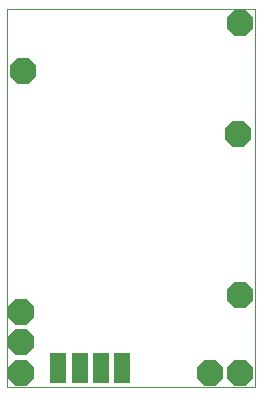
<source format=gbs>
G75*
%MOIN*%
%OFA0B0*%
%FSLAX24Y24*%
%IPPOS*%
%LPD*%
%AMOC8*
5,1,8,0,0,1.08239X$1,22.5*
%
%ADD10C,0.0000*%
%ADD11OC8,0.0890*%
%ADD12R,0.0540X0.1040*%
D10*
X001917Y001425D02*
X001917Y014023D01*
X010185Y014023D01*
X010185Y001425D01*
X001917Y001425D01*
D11*
X002389Y001897D03*
X002389Y002921D03*
X002389Y003945D03*
X002468Y011976D03*
X009712Y013551D03*
X009633Y009850D03*
X009712Y004496D03*
X009712Y001897D03*
X008689Y001897D03*
D12*
X005775Y002055D03*
X005067Y002055D03*
X004358Y002055D03*
X003649Y002055D03*
M02*

</source>
